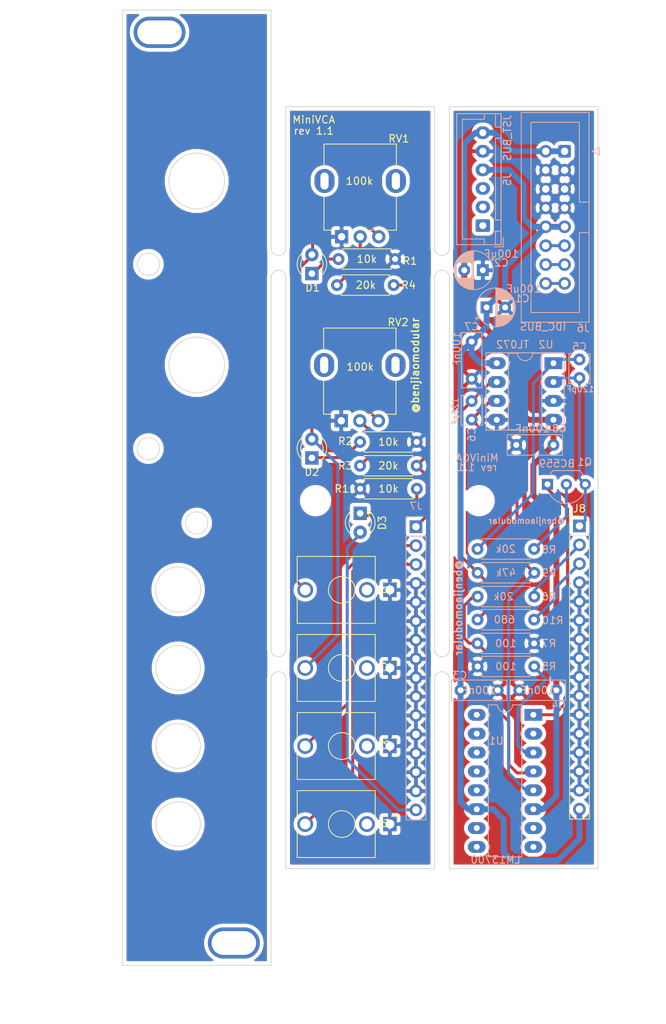
<source format=kicad_pcb>
(kicad_pcb (version 20171130) (host pcbnew 5.1.9+dfsg1-1~bpo10+1)
  (layers (0 F.Cu signal) (31 B.Cu signal) (34 B.Paste user) (35 F.Paste user) (36 B.SilkS user) (37 F.SilkS user) (38 B.Mask user) (39 F.Mask user) (44 Edge.Cuts user))
  (net 0 "")
  (net 1 -12V)
  (net 2 "Net-(C5-Pad1)")
  (net 3 "Net-(C6-Pad2)")
  (net 4 "Net-(D1-Pad1)")
  (net 5 "Net-(D1-Pad2)")
  (net 6 "Net-(D2-Pad2)")
  (net 7 "Net-(D2-Pad1)")
  (net 8 "Net-(J6-Pad11)")
  (net 9 "Net-(J6-Pad13)")
  (net 10 "Net-(J6-Pad15)")
  (net 11 "Net-(Q1-Pad2)")
  (net 12 "Net-(Q1-Pad1)")
  (net 13 "Net-(R3-Pad2)")
  (net 14 "Net-(R4-Pad2)")
  (net 15 "Net-(R5-Pad2)")
  (net 16 GND2)
  (net 17 B2_1)
  (net 18 B2_3)
  (net 19 "Net-(D3-Pad1)")
  (net 20 B1_12V)
  (net 21 GND1)
  (net 22 B1_1)
  (net 23 B1_2)
  (net 24 B1_3)
  (net 25 B2_2)
  (net 26 B2_12V)
  (net 27 "Net-(C6-Pad1)")
  (net 28 "Net-(R6-Pad1)")
  (module Package_DIP:DIP-16_W7.62mm_LongPads (layer B.Cu) (at 105.3 134.8 180)
    (fp_text reference U1 (at 5 -3.5) (layer B.SilkS) (effects (justify mirror)))
    (fp_text value LM13700 (at 5.08 -19.5) (layer B.SilkS) (effects (justify mirror)))
    (pad 16 thru_hole oval (at 7.62 0 180) (size 2.4 1.6) (drill 0.8) (layers *.Cu *.Mask))
    (pad 8 thru_hole oval (at 0 -17.78 180) (size 2.4 1.6) (drill 0.8) (layers *.Cu *.Mask))
    (pad 15 thru_hole oval (at 7.62 -2.54 180) (size 2.4 1.6) (drill 0.8) (layers *.Cu *.Mask))
    (pad 7 thru_hole oval (at 0 -15.24 180) (size 2.4 1.6) (drill 0.8) (layers *.Cu *.Mask))
    (pad 14 thru_hole oval (at 7.62 -5.08 180) (size 2.4 1.6) (drill 0.8) (layers *.Cu *.Mask))
    (pad 6 thru_hole oval (at 0 -12.7 180) (size 2.4 1.6) (drill 0.8) (layers *.Cu *.Mask) (net 1 -12V))
    (pad 13 thru_hole oval (at 7.62 -7.62 180) (size 2.4 1.6) (drill 0.8) (layers *.Cu *.Mask))
    (pad 5 thru_hole oval (at 0 -10.16 180) (size 2.4 1.6) (drill 0.8) (layers *.Cu *.Mask) (net 3 "Net-(C6-Pad2)"))
    (pad 12 thru_hole oval (at 7.62 -10.16 180) (size 2.4 1.6) (drill 0.8) (layers *.Cu *.Mask))
    (pad 4 thru_hole oval (at 0 -7.62 180) (size 2.4 1.6) (drill 0.8) (layers *.Cu *.Mask) (net 28 "Net-(R6-Pad1)"))
    (pad 11 thru_hole oval (at 7.62 -12.7 180) (size 2.4 1.6) (drill 0.8) (layers *.Cu *.Mask) (net 26 B2_12V))
    (pad 3 thru_hole oval (at 0 -5.08 180) (size 2.4 1.6) (drill 0.8) (layers *.Cu *.Mask) (net 15 "Net-(R5-Pad2)"))
    (pad 10 thru_hole oval (at 7.62 -15.24 180) (size 2.4 1.6) (drill 0.8) (layers *.Cu *.Mask))
    (pad 2 thru_hole oval (at 0 -2.54 180) (size 2.4 1.6) (drill 0.8) (layers *.Cu *.Mask))
    (pad 9 thru_hole oval (at 7.62 -17.78 180) (size 2.4 1.6) (drill 0.8) (layers *.Cu *.Mask))
    (pad 1 thru_hole rect (at 0 0 180) (size 2.4 1.6) (drill 0.8) (layers *.Cu *.Mask) (net 12 "Net-(Q1-Pad1)"))
  )
  (module benjiaomodular:Panel_4HP (layer F.Cu) (at 50 40)
    (fp_text reference REF** hide)
    (fp_text value Panel_4HP)
    (pad 1 thru_hole oval (at 15 125.5) (size 7 4.2) (drill oval 6 3.2) (layers *.Cu *.Mask))
    (pad 1 thru_hole oval (at 5 3) (size 7 4.2) (drill oval 6 3.2) (layers *.Cu *.Mask))
  )
  (module benjiaomodular:MouseBite_2mm (layer F.Cu) (at 93 128 90)
    (fp_text reference REF** hide)
    (fp_text value MouseBite_2mm)
    (pad "" np_thru_hole circle (at 0.75 0.75 90) (size 0.5 0.5) (drill 0.5) (layers *.Cu *.Mask))
    (pad "" np_thru_hole circle (at -0.75 0.75 90) (size 0.5 0.5) (drill 0.5) (layers *.Cu *.Mask))
    (pad "" np_thru_hole circle (at -0.75 -0.75 90) (size 0.5 0.5) (drill 0.5) (layers *.Cu *.Mask))
    (pad "" np_thru_hole circle (at 0.75 -0.75 90) (size 0.5 0.5) (drill 0.5) (layers *.Cu *.Mask))
    (pad "" np_thru_hole circle (at 0 0.75 90) (size 0.5 0.5) (drill 0.5) (layers *.Cu *.Mask))
    (pad "" np_thru_hole circle (at 0 -0.75 90) (size 0.5 0.5) (drill 0.5) (layers *.Cu *.Mask))
  )
  (module benjiaomodular:MouseBite_2mm (layer F.Cu) (at 93 74 90)
    (fp_text reference REF** hide)
    (fp_text value MouseBite_2mm)
    (pad "" np_thru_hole circle (at 0.75 0.75 90) (size 0.5 0.5) (drill 0.5) (layers *.Cu *.Mask))
    (pad "" np_thru_hole circle (at -0.75 0.75 90) (size 0.5 0.5) (drill 0.5) (layers *.Cu *.Mask))
    (pad "" np_thru_hole circle (at -0.75 -0.75 90) (size 0.5 0.5) (drill 0.5) (layers *.Cu *.Mask))
    (pad "" np_thru_hole circle (at 0.75 -0.75 90) (size 0.5 0.5) (drill 0.5) (layers *.Cu *.Mask))
    (pad "" np_thru_hole circle (at 0 0.75 90) (size 0.5 0.5) (drill 0.5) (layers *.Cu *.Mask))
    (pad "" np_thru_hole circle (at 0 -0.75 90) (size 0.5 0.5) (drill 0.5) (layers *.Cu *.Mask))
  )
  (module Resistor_THT:R_Axial_DIN0207_L6.3mm_D2.5mm_P7.62mm_Horizontal (layer B.Cu) (at 105.4 122 180)
    (fp_text reference R10 (at -2.5 -0.1) (layer B.SilkS) (effects (justify mirror)))
    (fp_text value 680 (at 4 0) (layer B.SilkS) (effects (justify mirror)))
    (pad 2 thru_hole oval (at 7.62 0 180) (size 1.6 1.6) (drill 0.8) (layers *.Cu *.Mask) (net 27 "Net-(C6-Pad1)"))
    (pad 1 thru_hole circle (at 0 0 180) (size 1.6 1.6) (drill 0.8) (layers *.Cu *.Mask) (net 18 B2_3))
  )
  (module Resistor_THT:R_Axial_DIN0207_L6.3mm_D2.5mm_P7.62mm_Horizontal (layer B.Cu) (at 97.8 128.3)
    (fp_text reference R5 (at 9.6 0) (layer B.SilkS) (effects (justify mirror)))
    (fp_text value 100 (at 3.81 0) (layer B.SilkS) (effects (justify mirror)))
    (pad 2 thru_hole oval (at 7.62 0) (size 1.6 1.6) (drill 0.8) (layers *.Cu *.Mask) (net 15 "Net-(R5-Pad2)"))
    (pad 1 thru_hole circle (at 0 0) (size 1.6 1.6) (drill 0.8) (layers *.Cu *.Mask) (net 16 GND2))
  )
  (module Capacitor_THT:C_Disc_D3.8mm_W2.6mm_P2.50mm (layer B.Cu) (at 97 92.6 270)
    (fp_text reference C6 (at 4.5 0 90) (layer B.SilkS) (effects (justify mirror)))
    (fp_text value 120pF (at 1.4 2.2 90) (layer B.SilkS) (effects (font (size 0.8 0.8) (thickness 0.13)) (justify mirror)))
    (pad 1 thru_hole circle (at 0 0 270) (size 1.6 1.6) (drill 0.8) (layers *.Cu *.Mask) (net 27 "Net-(C6-Pad1)"))
    (pad 2 thru_hole circle (at 2.5 0 270) (size 1.6 1.6) (drill 0.8) (layers *.Cu *.Mask) (net 3 "Net-(C6-Pad2)"))
  )
  (module Package_DIP:DIP-8_W7.62mm_Socket_LongPads (layer B.Cu) (at 108 87.5 180)
    (fp_text reference U2 (at 1 2.5 180) (layer B.SilkS) (effects (justify mirror)))
    (fp_text value TL072 (at 5.5 2.5) (layer B.SilkS) (effects (justify mirror)))
    (pad 1 thru_hole rect (at 0 0 180) (size 2.4 1.6) (drill 0.8) (layers *.Cu *.Mask) (net 2 "Net-(C5-Pad1)"))
    (pad 5 thru_hole oval (at 7.62 -7.62 180) (size 2.4 1.6) (drill 0.8) (layers *.Cu *.Mask) (net 16 GND2))
    (pad 2 thru_hole oval (at 0 -2.54 180) (size 2.4 1.6) (drill 0.8) (layers *.Cu *.Mask) (net 17 B2_1))
    (pad 6 thru_hole oval (at 7.62 -5.08 180) (size 2.4 1.6) (drill 0.8) (layers *.Cu *.Mask) (net 3 "Net-(C6-Pad2)"))
    (pad 3 thru_hole oval (at 0 -5.08 180) (size 2.4 1.6) (drill 0.8) (layers *.Cu *.Mask) (net 16 GND2))
    (pad 7 thru_hole oval (at 7.62 -2.54 180) (size 2.4 1.6) (drill 0.8) (layers *.Cu *.Mask) (net 27 "Net-(C6-Pad1)"))
    (pad 4 thru_hole oval (at 0 -7.62 180) (size 2.4 1.6) (drill 0.8) (layers *.Cu *.Mask) (net 1 -12V))
    (pad 8 thru_hole oval (at 7.62 0 180) (size 2.4 1.6) (drill 0.8) (layers *.Cu *.Mask) (net 26 B2_12V))
  )
  (module MountingHole:MountingHole_3.2mm_M3 (layer F.Cu) (at 98 106)
    (fp_text reference REF** hide)
    (fp_text value MountingHole_3.2mm_M3)
    (pad 1 np_thru_hole circle (at 0 0) (size 3.2 3.2) (drill 3.2) (layers *.Cu *.Mask))
  )
  (module MountingHole:MountingHole_3.2mm_M3 (layer F.Cu) (at 76 106)
    (fp_text reference REF** hide)
    (fp_text value MountingHole_3.2mm_M3)
    (pad 1 np_thru_hole circle (at 0 0) (size 3.2 3.2) (drill 3.2) (layers *.Cu *.Mask))
  )
  (module benjiaomodular:MouseBite_2mm (layer F.Cu) (at 71 128 90)
    (fp_text reference REF** hide)
    (fp_text value MouseBite_2mm)
    (pad "" np_thru_hole circle (at 0.75 0.75 90) (size 0.5 0.5) (drill 0.5) (layers *.Cu *.Mask))
    (pad "" np_thru_hole circle (at -0.75 0.75 90) (size 0.5 0.5) (drill 0.5) (layers *.Cu *.Mask))
    (pad "" np_thru_hole circle (at -0.75 -0.75 90) (size 0.5 0.5) (drill 0.5) (layers *.Cu *.Mask))
    (pad "" np_thru_hole circle (at 0.75 -0.75 90) (size 0.5 0.5) (drill 0.5) (layers *.Cu *.Mask))
    (pad "" np_thru_hole circle (at 0 0.75 90) (size 0.5 0.5) (drill 0.5) (layers *.Cu *.Mask))
    (pad "" np_thru_hole circle (at 0 -0.75 90) (size 0.5 0.5) (drill 0.5) (layers *.Cu *.Mask))
  )
  (module benjiaomodular:MouseBite_2mm (layer F.Cu) (at 71 74 90)
    (fp_text reference REF** hide)
    (fp_text value MouseBite_2mm)
    (pad "" np_thru_hole circle (at 0.75 0.75 90) (size 0.5 0.5) (drill 0.5) (layers *.Cu *.Mask))
    (pad "" np_thru_hole circle (at -0.75 0.75 90) (size 0.5 0.5) (drill 0.5) (layers *.Cu *.Mask))
    (pad "" np_thru_hole circle (at -0.75 -0.75 90) (size 0.5 0.5) (drill 0.5) (layers *.Cu *.Mask))
    (pad "" np_thru_hole circle (at 0.75 -0.75 90) (size 0.5 0.5) (drill 0.5) (layers *.Cu *.Mask))
    (pad "" np_thru_hole circle (at 0 0.75 90) (size 0.5 0.5) (drill 0.5) (layers *.Cu *.Mask))
    (pad "" np_thru_hole circle (at 0 -0.75 90) (size 0.5 0.5) (drill 0.5) (layers *.Cu *.Mask))
  )
  (module Package_TO_SOT_THT:TO-92_Inline_Wide (layer B.Cu) (at 107.2 103.8)
    (fp_text reference Q1 (at 5 -3) (layer B.SilkS) (effects (justify mirror)))
    (fp_text value BC559 (at 1.27 -2.79) (layer B.SilkS) (effects (justify mirror)))
    (pad 1 thru_hole rect (at 0 0) (size 1.5 1.5) (drill 0.8) (layers *.Cu *.Mask) (net 12 "Net-(Q1-Pad1)"))
    (pad 3 thru_hole circle (at 5.08 0) (size 1.5 1.5) (drill 0.8) (layers *.Cu *.Mask) (net 17 B2_1))
    (pad 2 thru_hole circle (at 2.54 0) (size 1.5 1.5) (drill 0.8) (layers *.Cu *.Mask) (net 11 "Net-(Q1-Pad2)"))
  )
  (module Capacitor_THT:CP_Radial_D5.0mm_P2.50mm (layer B.Cu) (at 99 80)
    (fp_text reference C1 (at 4.8 -1.2) (layer B.SilkS) (effects (justify mirror)))
    (fp_text value 100uF (at 5 -2.5) (layer B.SilkS) (effects (justify mirror)))
    (pad 2 thru_hole circle (at 2.5 0) (size 1.6 1.6) (drill 0.8) (layers *.Cu *.Mask) (net 16 GND2))
    (pad 1 thru_hole rect (at 0 0) (size 1.6 1.6) (drill 0.8) (layers *.Cu *.Mask) (net 26 B2_12V))
  )
  (module Capacitor_THT:CP_Radial_D5.0mm_P2.50mm (layer B.Cu) (at 98.5 75 180)
    (fp_text reference C2 (at -2.5 1) (layer B.SilkS) (effects (justify mirror)))
    (fp_text value 100uF (at -2.5 2.2) (layer B.SilkS) (effects (justify mirror)))
    (pad 1 thru_hole rect (at 0 0 180) (size 1.6 1.6) (drill 0.8) (layers *.Cu *.Mask) (net 16 GND2))
    (pad 2 thru_hole circle (at 2.5 0 180) (size 1.6 1.6) (drill 0.8) (layers *.Cu *.Mask) (net 1 -12V))
  )
  (module Capacitor_THT:C_Rect_L7.2mm_W2.5mm_P5.00mm_FKS2_FKP2_MKS2_MKP2 (layer B.Cu) (at 100.5 131.5 180)
    (fp_text reference C3 (at 5.1 2) (layer B.SilkS) (effects (justify mirror)))
    (fp_text value 100nF (at 2.5 0) (layer B.SilkS) (effects (justify mirror)))
    (pad 1 thru_hole circle (at 0 0 180) (size 1.6 1.6) (drill 0.8) (layers *.Cu *.Mask) (net 16 GND2))
    (pad 2 thru_hole circle (at 5 0 180) (size 1.6 1.6) (drill 0.8) (layers *.Cu *.Mask) (net 26 B2_12V))
  )
  (module Capacitor_THT:C_Rect_L7.2mm_W2.5mm_P5.00mm_FKS2_FKP2_MKS2_MKP2 (layer B.Cu) (at 103.4 131.5)
    (fp_text reference C4 (at 5.3 2) (layer B.SilkS) (effects (justify mirror)))
    (fp_text value 100nF (at 2.5 0) (layer B.SilkS) (effects (justify mirror)))
    (pad 2 thru_hole circle (at 5 0) (size 1.6 1.6) (drill 0.8) (layers *.Cu *.Mask) (net 1 -12V))
    (pad 1 thru_hole circle (at 0 0) (size 1.6 1.6) (drill 0.8) (layers *.Cu *.Mask) (net 16 GND2))
  )
  (module Capacitor_THT:C_Disc_D3.8mm_W2.6mm_P2.50mm (layer B.Cu) (at 111.5 87 270)
    (fp_text reference C5 (at -1.7 0 180) (layer B.SilkS) (effects (justify mirror)))
    (fp_text value 120pF (at 4 -0.1) (layer B.SilkS) (effects (font (size 0.8 0.8)) (justify mirror)))
    (pad 2 thru_hole circle (at 2.5 0 270) (size 1.6 1.6) (drill 0.8) (layers *.Cu *.Mask) (net 17 B2_1))
    (pad 1 thru_hole circle (at 0 0 270) (size 1.6 1.6) (drill 0.8) (layers *.Cu *.Mask) (net 2 "Net-(C5-Pad1)"))
  )
  (module Capacitor_THT:C_Rect_L7.2mm_W2.5mm_P5.00mm_FKS2_FKP2_MKS2_MKP2 (layer B.Cu) (at 97 89.6 90)
    (fp_text reference C7 (at 7 0 180) (layer B.SilkS) (effects (justify mirror)))
    (fp_text value 100nF (at 4 -2 270) (layer B.SilkS) (effects (justify mirror)))
    (pad 2 thru_hole circle (at 5 0 90) (size 1.6 1.6) (drill 0.8) (layers *.Cu *.Mask) (net 26 B2_12V))
    (pad 1 thru_hole circle (at 0 0 90) (size 1.6 1.6) (drill 0.8) (layers *.Cu *.Mask) (net 16 GND2))
  )
  (module Capacitor_THT:C_Rect_L7.2mm_W2.5mm_P5.00mm_FKS2_FKP2_MKS2_MKP2 (layer B.Cu) (at 103 98.5)
    (fp_text reference C8 (at 5.8 -2.2) (layer B.SilkS) (effects (justify mirror)))
    (fp_text value 100nF (at 2.2 -2.2) (layer B.SilkS) (effects (justify mirror)))
    (pad 1 thru_hole circle (at 0 0) (size 1.6 1.6) (drill 0.8) (layers *.Cu *.Mask) (net 16 GND2))
    (pad 2 thru_hole circle (at 5 0) (size 1.6 1.6) (drill 0.8) (layers *.Cu *.Mask) (net 1 -12V))
  )
  (module LED_THT:LED_D3.0mm (layer F.Cu) (at 75.5 75.45 90)
    (fp_text reference D1 (at -1.9 0.1 180) (layer F.SilkS))
    (fp_text value LED)
    (pad 1 thru_hole rect (at 0 0 90) (size 1.8 1.8) (drill 0.9) (layers *.Cu *.Mask) (net 4 "Net-(D1-Pad1)"))
    (pad 2 thru_hole circle (at 2.54 0 90) (size 1.8 1.8) (drill 0.9) (layers *.Cu *.Mask) (net 5 "Net-(D1-Pad2)"))
  )
  (module LED_THT:LED_D3.0mm (layer F.Cu) (at 75.5 100.25 90)
    (fp_text reference D2 (at -1.9 0 180) (layer F.SilkS))
    (fp_text value LED)
    (pad 2 thru_hole circle (at 2.54 0 90) (size 1.8 1.8) (drill 0.9) (layers *.Cu *.Mask) (net 6 "Net-(D2-Pad2)"))
    (pad 1 thru_hole rect (at 0 0 90) (size 1.8 1.8) (drill 0.9) (layers *.Cu *.Mask) (net 7 "Net-(D2-Pad1)"))
  )
  (module benjiaomodular:AudioJack_3.5mm (layer F.Cu) (at 86 118 270)
    (fp_text reference J1 (at 0 0.5 90) (layer F.SilkS))
    (fp_text value CV_2)
    (pad S thru_hole rect (at 0 0 90) (size 1.93 1.83) (drill 1.22) (layers *.Cu *.Mask) (net 21 GND1))
    (pad TN thru_hole circle (at 0 3.1 90) (size 2.13 2.13) (drill 1.42) (layers *.Cu *.Mask))
    (pad T thru_hole circle (at 0 11.4 90) (size 2.13 2.13) (drill 1.43) (layers *.Cu *.Mask) (net 5 "Net-(D1-Pad2)"))
  )
  (module benjiaomodular:AudioJack_3.5mm (layer F.Cu) (at 86 128.5 270)
    (fp_text reference J2 (at 0 0.5 90) (layer F.SilkS))
    (fp_text value CV_1)
    (pad T thru_hole circle (at 0 11.4 90) (size 2.13 2.13) (drill 1.43) (layers *.Cu *.Mask) (net 6 "Net-(D2-Pad2)"))
    (pad TN thru_hole circle (at 0 3.1 90) (size 2.13 2.13) (drill 1.42) (layers *.Cu *.Mask))
    (pad S thru_hole rect (at 0 0 90) (size 1.93 1.83) (drill 1.22) (layers *.Cu *.Mask) (net 21 GND1))
  )
  (module benjiaomodular:AudioJack_3.5mm (layer F.Cu) (at 86 139 270)
    (fp_text reference J3 (at 0 0.5 90) (layer F.SilkS))
    (fp_text value AudioIn)
    (pad S thru_hole rect (at 0 0 90) (size 1.93 1.83) (drill 1.22) (layers *.Cu *.Mask) (net 21 GND1))
    (pad TN thru_hole circle (at 0 3.1 90) (size 2.13 2.13) (drill 1.42) (layers *.Cu *.Mask))
    (pad T thru_hole circle (at 0 11.4 90) (size 2.13 2.13) (drill 1.43) (layers *.Cu *.Mask) (net 23 B1_2))
  )
  (module benjiaomodular:AudioJack_3.5mm (layer F.Cu) (at 86 149.5 270)
    (fp_text reference J4 (at 0 0.5 90) (layer F.SilkS))
    (fp_text value AudioOut)
    (pad T thru_hole circle (at 0 11.4 90) (size 2.13 2.13) (drill 1.43) (layers *.Cu *.Mask) (net 24 B1_3))
    (pad TN thru_hole circle (at 0 3.1 90) (size 2.13 2.13) (drill 1.42) (layers *.Cu *.Mask))
    (pad S thru_hole rect (at 0 0 90) (size 1.93 1.83) (drill 1.22) (layers *.Cu *.Mask) (net 21 GND1))
  )
  (module Connector_JST:JST_XH_B6B-XH-A_1x06_P2.50mm_Vertical (layer B.Cu) (at 98.5 69 90)
    (fp_text reference J5 (at 6.2 3.3 90) (layer B.SilkS) (effects (justify mirror)))
    (fp_text value JST_BUS (at 11.8 3.3 90) (layer B.SilkS) (effects (justify mirror)))
    (pad 1 thru_hole roundrect (at 0 0 90) (size 1.7 1.95) (drill 0.95) (layers *.Cu *.Mask) (roundrect_rratio 0.1470588235294118))
    (pad 2 thru_hole oval (at 2.5 0 90) (size 1.7 1.95) (drill 0.95) (layers *.Cu *.Mask))
    (pad 3 thru_hole oval (at 5 0 90) (size 1.7 1.95) (drill 0.95) (layers *.Cu *.Mask))
    (pad 4 thru_hole oval (at 7.5 0 90) (size 1.7 1.95) (drill 0.95) (layers *.Cu *.Mask) (net 26 B2_12V))
    (pad 5 thru_hole oval (at 10 0 90) (size 1.7 1.95) (drill 0.95) (layers *.Cu *.Mask) (net 16 GND2))
    (pad 6 thru_hole oval (at 12.5 0 90) (size 1.7 1.95) (drill 0.95) (layers *.Cu *.Mask) (net 1 -12V))
  )
  (module Connector_IDC:IDC-Header_2x08_P2.54mm_Vertical (layer B.Cu) (at 109.5 59 180)
    (fp_text reference J6 (at -2.5 -23.8) (layer B.SilkS) (effects (justify mirror)))
    (fp_text value IDC_BUS (at 2.9 -23.6) (layer B.SilkS) (effects (justify mirror)))
    (pad 1 thru_hole roundrect (at 0 0 180) (size 1.7 1.7) (drill 1) (layers *.Cu *.Mask) (roundrect_rratio 0.1470588235294118) (net 1 -12V))
    (pad 3 thru_hole circle (at 0 -2.54 180) (size 1.7 1.7) (drill 1) (layers *.Cu *.Mask) (net 16 GND2))
    (pad 5 thru_hole circle (at 0 -5.08 180) (size 1.7 1.7) (drill 1) (layers *.Cu *.Mask) (net 16 GND2))
    (pad 7 thru_hole circle (at 0 -7.62 180) (size 1.7 1.7) (drill 1) (layers *.Cu *.Mask) (net 16 GND2))
    (pad 9 thru_hole circle (at 0 -10.16 180) (size 1.7 1.7) (drill 1) (layers *.Cu *.Mask) (net 26 B2_12V))
    (pad 11 thru_hole circle (at 0 -12.7 180) (size 1.7 1.7) (drill 1) (layers *.Cu *.Mask) (net 8 "Net-(J6-Pad11)"))
    (pad 13 thru_hole circle (at 0 -15.24 180) (size 1.7 1.7) (drill 1) (layers *.Cu *.Mask) (net 9 "Net-(J6-Pad13)"))
    (pad 15 thru_hole circle (at 0 -17.78 180) (size 1.7 1.7) (drill 1) (layers *.Cu *.Mask) (net 10 "Net-(J6-Pad15)"))
    (pad 2 thru_hole circle (at 2.54 0 180) (size 1.7 1.7) (drill 1) (layers *.Cu *.Mask) (net 1 -12V))
    (pad 4 thru_hole circle (at 2.54 -2.54 180) (size 1.7 1.7) (drill 1) (layers *.Cu *.Mask) (net 16 GND2))
    (pad 6 thru_hole circle (at 2.54 -5.08 180) (size 1.7 1.7) (drill 1) (layers *.Cu *.Mask) (net 16 GND2))
    (pad 8 thru_hole circle (at 2.54 -7.62 180) (size 1.7 1.7) (drill 1) (layers *.Cu *.Mask) (net 16 GND2))
    (pad 10 thru_hole circle (at 2.54 -10.16 180) (size 1.7 1.7) (drill 1) (layers *.Cu *.Mask) (net 26 B2_12V))
    (pad 12 thru_hole circle (at 2.54 -12.7 180) (size 1.7 1.7) (drill 1) (layers *.Cu *.Mask) (net 8 "Net-(J6-Pad11)"))
    (pad 14 thru_hole circle (at 2.54 -15.24 180) (size 1.7 1.7) (drill 1) (layers *.Cu *.Mask) (net 9 "Net-(J6-Pad13)"))
    (pad 16 thru_hole circle (at 2.54 -17.78 180) (size 1.7 1.7) (drill 1) (layers *.Cu *.Mask) (net 10 "Net-(J6-Pad15)"))
  )
  (module Resistor_THT:R_Axial_DIN0207_L6.3mm_D2.5mm_P7.62mm_Horizontal (layer F.Cu) (at 86.7 73.5 180)
    (fp_text reference R1 (at -2 -0.25) (layer F.SilkS))
    (fp_text value 10k (at 3.81 0) (layer F.SilkS))
    (pad 1 thru_hole circle (at 0 0 180) (size 1.6 1.6) (drill 0.8) (layers *.Cu *.Mask) (net 21 GND1))
    (pad 2 thru_hole oval (at 7.62 0 180) (size 1.6 1.6) (drill 0.8) (layers *.Cu *.Mask) (net 4 "Net-(D1-Pad1)"))
  )
  (module Resistor_THT:R_Axial_DIN0207_L6.3mm_D2.5mm_P7.62mm_Horizontal (layer F.Cu) (at 89.6 98.1 180)
    (fp_text reference R2 (at 9.6 0.1) (layer F.SilkS))
    (fp_text value 10k (at 3.81 0) (layer F.SilkS))
    (pad 1 thru_hole circle (at 0 0 180) (size 1.6 1.6) (drill 0.8) (layers *.Cu *.Mask) (net 21 GND1))
    (pad 2 thru_hole oval (at 7.62 0 180) (size 1.6 1.6) (drill 0.8) (layers *.Cu *.Mask) (net 7 "Net-(D2-Pad1)"))
  )
  (module Resistor_THT:R_Axial_DIN0207_L6.3mm_D2.5mm_P7.62mm_Horizontal (layer F.Cu) (at 89.6 101.3 180)
    (fp_text reference R3 (at 9.6 0) (layer F.SilkS))
    (fp_text value 20k (at 3.81 0) (layer F.SilkS))
    (pad 1 thru_hole circle (at 0 0 180) (size 1.6 1.6) (drill 0.8) (layers *.Cu *.Mask) (net 22 B1_1))
    (pad 2 thru_hole oval (at 7.62 0 180) (size 1.6 1.6) (drill 0.8) (layers *.Cu *.Mask) (net 13 "Net-(R3-Pad2)"))
  )
  (module Resistor_THT:R_Axial_DIN0207_L6.3mm_D2.5mm_P7.62mm_Horizontal (layer F.Cu) (at 86.5 77 180)
    (fp_text reference R4 (at -2 0) (layer F.SilkS))
    (fp_text value 20k (at 3.75 0) (layer F.SilkS))
    (pad 1 thru_hole circle (at 0 0 180) (size 1.6 1.6) (drill 0.8) (layers *.Cu *.Mask) (net 22 B1_1))
    (pad 2 thru_hole oval (at 7.62 0 180) (size 1.6 1.6) (drill 0.8) (layers *.Cu *.Mask) (net 14 "Net-(R4-Pad2)"))
  )
  (module Resistor_THT:R_Axial_DIN0207_L6.3mm_D2.5mm_P7.62mm_Horizontal (layer B.Cu) (at 97.8 118.9)
    (fp_text reference R6 (at 9.6 0) (layer B.SilkS) (effects (justify mirror)))
    (fp_text value 20k (at 3.5 0) (layer B.SilkS) (effects (justify mirror)))
    (pad 2 thru_hole oval (at 7.62 0) (size 1.6 1.6) (drill 0.8) (layers *.Cu *.Mask) (net 25 B2_2))
    (pad 1 thru_hole circle (at 0 0) (size 1.6 1.6) (drill 0.8) (layers *.Cu *.Mask) (net 28 "Net-(R6-Pad1)"))
  )
  (module Resistor_THT:R_Axial_DIN0207_L6.3mm_D2.5mm_P7.62mm_Horizontal (layer B.Cu) (at 105.4 125.2 180)
    (fp_text reference R7 (at -2 0) (layer B.SilkS) (effects (justify mirror)))
    (fp_text value 100 (at 3.81 0) (layer B.SilkS) (effects (justify mirror)))
    (pad 2 thru_hole oval (at 7.62 0 180) (size 1.6 1.6) (drill 0.8) (layers *.Cu *.Mask) (net 28 "Net-(R6-Pad1)"))
    (pad 1 thru_hole circle (at 0 0 180) (size 1.6 1.6) (drill 0.8) (layers *.Cu *.Mask) (net 16 GND2))
  )
  (module Resistor_THT:R_Axial_DIN0207_L6.3mm_D2.5mm_P7.62mm_Horizontal (layer B.Cu) (at 105.4 112.5 180)
    (fp_text reference R8 (at -2 -0.1) (layer B.SilkS) (effects (justify mirror)))
    (fp_text value 20k (at 3.81 0) (layer B.SilkS) (effects (justify mirror)))
    (pad 1 thru_hole circle (at 0 0 180) (size 1.6 1.6) (drill 0.8) (layers *.Cu *.Mask) (net 11 "Net-(Q1-Pad2)"))
    (pad 2 thru_hole oval (at 7.62 0 180) (size 1.6 1.6) (drill 0.8) (layers *.Cu *.Mask) (net 2 "Net-(C5-Pad1)"))
  )
  (module Resistor_THT:R_Axial_DIN0207_L6.3mm_D2.5mm_P7.62mm_Horizontal (layer B.Cu) (at 97.8 115.7)
    (fp_text reference R9 (at 9.6 0 180) (layer B.SilkS) (effects (justify mirror)))
    (fp_text value 47k (at 3.8 0) (layer B.SilkS) (effects (justify mirror)))
    (pad 1 thru_hole circle (at 0 0) (size 1.6 1.6) (drill 0.8) (layers *.Cu *.Mask) (net 27 "Net-(C6-Pad1)"))
    (pad 2 thru_hole oval (at 7.62 0) (size 1.6 1.6) (drill 0.8) (layers *.Cu *.Mask) (net 3 "Net-(C6-Pad2)"))
  )
  (module benjiaomodular:Potentiometer_RV09 (layer F.Cu) (at 79.5 70.5 90)
    (fp_text reference RV1)
    (fp_text value 100k (at 7.5 2.4 180) (layer F.SilkS))
    (fp_text user %R (at 13.2 7.7 180) (layer F.SilkS))
    (pad "" thru_hole oval (at 7.5 -2.3 180) (size 2.72 3.24) (drill oval 1.1 2.3) (layers *.Cu *.Mask))
    (pad "" thru_hole oval (at 7.5 7.3 180) (size 2.72 3.24) (drill oval 1.1 2.3) (layers *.Cu *.Mask))
    (pad 2 thru_hole circle (at 0 2.5 180) (size 1.8 1.8) (drill 1) (layers *.Cu *.Mask) (net 14 "Net-(R4-Pad2)"))
    (pad 3 thru_hole circle (at 0 5 180) (size 1.8 1.8) (drill 1) (layers *.Cu *.Mask) (net 5 "Net-(D1-Pad2)"))
    (pad 1 thru_hole rect (at 0 0 180) (size 1.8 1.8) (drill 1) (layers *.Cu *.Mask) (net 21 GND1))
  )
  (module benjiaomodular:Potentiometer_RV09 (layer F.Cu) (at 79.45 95.25 90)
    (fp_text reference RV2 (at 13.25 7.65 180) (layer F.SilkS))
    (fp_text value 100k (at 7.25 2.55 180) (layer F.SilkS))
    (pad 1 thru_hole rect (at 0 0 180) (size 1.8 1.8) (drill 1) (layers *.Cu *.Mask) (net 21 GND1))
    (pad 3 thru_hole circle (at 0 5 180) (size 1.8 1.8) (drill 1) (layers *.Cu *.Mask) (net 6 "Net-(D2-Pad2)"))
    (pad 2 thru_hole circle (at 0 2.5 180) (size 1.8 1.8) (drill 1) (layers *.Cu *.Mask) (net 13 "Net-(R3-Pad2)"))
    (pad "" thru_hole oval (at 7.5 7.3 180) (size 2.72 3.24) (drill oval 1.1 2.3) (layers *.Cu *.Mask))
    (pad "" thru_hole oval (at 7.5 -2.3 180) (size 2.72 3.24) (drill oval 1.1 2.3) (layers *.Cu *.Mask))
  )
  (module LED_THT:LED_D3.0mm (layer F.Cu) (at 82 107.7 270)
    (fp_text reference D3 (at 1.27 -2.96 90) (layer F.SilkS))
    (fp_text value LED)
    (pad 1 thru_hole rect (at 0 0 270) (size 1.8 1.8) (drill 0.9) (layers *.Cu *.Mask) (net 19 "Net-(D3-Pad1)"))
    (pad 2 thru_hole circle (at 2.54 0 270) (size 1.8 1.8) (drill 0.9) (layers *.Cu *.Mask) (net 20 B1_12V))
  )
  (module Resistor_THT:R_Axial_DIN0207_L6.3mm_D2.5mm_P7.62mm_Horizontal (layer F.Cu) (at 82 104.4)
    (fp_text reference R11 (at -2 0) (layer F.SilkS))
    (fp_text value 10k (at 3.81 0) (layer F.SilkS))
    (pad 1 thru_hole circle (at 0 0) (size 1.6 1.6) (drill 0.8) (layers *.Cu *.Mask) (net 21 GND1))
    (pad 2 thru_hole oval (at 7.62 0) (size 1.6 1.6) (drill 0.8) (layers *.Cu *.Mask) (net 19 "Net-(D3-Pad1)"))
  )
  (module Connector_PinSocket_2.54mm:PinSocket_1x16_P2.54mm_Vertical (layer B.Cu) (at 89.5 109.5 180)
    (fp_text reference J7 (at 0 2.77) (layer B.SilkS) (effects (justify mirror)))
    (fp_text value BOARD1_HEADERS)
    (pad 1 thru_hole rect (at 0 0 180) (size 1.7 1.7) (drill 1) (layers *.Cu *.Mask) (net 22 B1_1))
    (pad 2 thru_hole oval (at 0 -2.54 180) (size 1.7 1.7) (drill 1) (layers *.Cu *.Mask) (net 23 B1_2))
    (pad 3 thru_hole oval (at 0 -5.08 180) (size 1.7 1.7) (drill 1) (layers *.Cu *.Mask) (net 24 B1_3))
    (pad 4 thru_hole oval (at 0 -7.62 180) (size 1.7 1.7) (drill 1) (layers *.Cu *.Mask) (net 21 GND1))
    (pad 5 thru_hole oval (at 0 -10.16 180) (size 1.7 1.7) (drill 1) (layers *.Cu *.Mask) (net 21 GND1))
    (pad 6 thru_hole oval (at 0 -12.7 180) (size 1.7 1.7) (drill 1) (layers *.Cu *.Mask) (net 21 GND1))
    (pad 7 thru_hole oval (at 0 -15.24 180) (size 1.7 1.7) (drill 1) (layers *.Cu *.Mask) (net 21 GND1))
    (pad 8 thru_hole oval (at 0 -17.78 180) (size 1.7 1.7) (drill 1) (layers *.Cu *.Mask) (net 21 GND1))
    (pad 9 thru_hole oval (at 0 -20.32 180) (size 1.7 1.7) (drill 1) (layers *.Cu *.Mask) (net 21 GND1))
    (pad 10 thru_hole oval (at 0 -22.86 180) (size 1.7 1.7) (drill 1) (layers *.Cu *.Mask) (net 21 GND1))
    (pad 11 thru_hole oval (at 0 -25.4 180) (size 1.7 1.7) (drill 1) (layers *.Cu *.Mask) (net 21 GND1))
    (pad 12 thru_hole oval (at 0 -27.94 180) (size 1.7 1.7) (drill 1) (layers *.Cu *.Mask) (net 21 GND1))
    (pad 13 thru_hole oval (at 0 -30.48 180) (size 1.7 1.7) (drill 1) (layers *.Cu *.Mask) (net 21 GND1))
    (pad 14 thru_hole oval (at 0 -33.02 180) (size 1.7 1.7) (drill 1) (layers *.Cu *.Mask) (net 21 GND1))
    (pad 15 thru_hole oval (at 0 -35.56 180) (size 1.7 1.7) (drill 1) (layers *.Cu *.Mask) (net 21 GND1))
    (pad 16 thru_hole oval (at 0 -38.1 180) (size 1.7 1.7) (drill 1) (layers *.Cu *.Mask) (net 20 B1_12V))
  )
  (module Connector_PinHeader_2.54mm:PinHeader_1x16_P2.54mm_Vertical (layer F.Cu) (at 111.5 109.4)
    (fp_text reference J8 (at 0 -2.33) (layer F.SilkS))
    (fp_text value BOARD2_HEADERS)
    (pad 1 thru_hole rect (at 0 0) (size 1.7 1.7) (drill 1) (layers *.Cu *.Mask) (net 17 B2_1))
    (pad 2 thru_hole oval (at 0 2.54) (size 1.7 1.7) (drill 1) (layers *.Cu *.Mask) (net 25 B2_2))
    (pad 3 thru_hole oval (at 0 5.08) (size 1.7 1.7) (drill 1) (layers *.Cu *.Mask) (net 18 B2_3))
    (pad 4 thru_hole oval (at 0 7.62) (size 1.7 1.7) (drill 1) (layers *.Cu *.Mask) (net 16 GND2))
    (pad 5 thru_hole oval (at 0 10.16) (size 1.7 1.7) (drill 1) (layers *.Cu *.Mask) (net 16 GND2))
    (pad 6 thru_hole oval (at 0 12.7) (size 1.7 1.7) (drill 1) (layers *.Cu *.Mask) (net 16 GND2))
    (pad 7 thru_hole oval (at 0 15.24) (size 1.7 1.7) (drill 1) (layers *.Cu *.Mask) (net 16 GND2))
    (pad 8 thru_hole oval (at 0 17.78) (size 1.7 1.7) (drill 1) (layers *.Cu *.Mask) (net 16 GND2))
    (pad 9 thru_hole oval (at 0 20.32) (size 1.7 1.7) (drill 1) (layers *.Cu *.Mask) (net 16 GND2))
    (pad 10 thru_hole oval (at 0 22.86) (size 1.7 1.7) (drill 1) (layers *.Cu *.Mask) (net 16 GND2))
    (pad 11 thru_hole oval (at 0 25.4) (size 1.7 1.7) (drill 1) (layers *.Cu *.Mask) (net 16 GND2))
    (pad 12 thru_hole oval (at 0 27.94) (size 1.7 1.7) (drill 1) (layers *.Cu *.Mask) (net 16 GND2))
    (pad 13 thru_hole oval (at 0 30.48) (size 1.7 1.7) (drill 1) (layers *.Cu *.Mask) (net 16 GND2))
    (pad 14 thru_hole oval (at 0 33.02) (size 1.7 1.7) (drill 1) (layers *.Cu *.Mask) (net 16 GND2))
    (pad 15 thru_hole oval (at 0 35.56) (size 1.7 1.7) (drill 1) (layers *.Cu *.Mask) (net 16 GND2))
    (pad 16 thru_hole oval (at 0 38.1) (size 1.7 1.7) (drill 1) (layers *.Cu *.Mask) (net 26 B2_12V))
  )
  (gr_text @benjiaomodular (at 104.4 108.7) (layer B.SilkS) (effects (font (size 0.8 0.8)) (justify mirror)))
  (gr_text @benjiaomodular (at 95.2 120.4 90) (layer B.SilkS) (effects (font (size 1 1) (thickness 0.2)) (justify mirror)))
  (gr_text @benjiaomodular (at 89.4 87.8 90) (layer F.SilkS) (effects (font (size 1 1) (thickness 0.2))))
  (gr_text MiniVCA (at 97.75 100.25) (layer B.SilkS) (effects (font (size 1 1)) (justify mirror)))
  (gr_text MiniVCA (at 75.75 54.75) (layer F.SilkS) (effects (font (size 1 1))))
  (gr_text "rev 1.1" (at 97.75 101.5) (layer B.SilkS) (effects (font (size 1 1)) (justify mirror)))
  (gr_text "rev 1.1" (at 75.75 56.25) (layer F.SilkS) (effects (font (size 1 1))))
  (gr_circle (center 60 109) (end 61.5 109) (layer Edge.Cuts) (width 0.1))
  (gr_circle (center 57.5 117.958619) (end 60.5 118.458619) (layer Edge.Cuts) (width 0.1))
  (gr_circle (center 57.5 149.5) (end 60.5 149.5) (layer Edge.Cuts) (width 0.1))
  (gr_circle (center 57.5 139) (end 60.5 139) (layer Edge.Cuts) (width 0.1))
  (gr_circle (center 57.5 128.5) (end 60.5 128.5) (layer Edge.Cuts) (width 0.1))
  (gr_circle (center 53.5 74.2) (end 55 74.2) (layer Edge.Cuts) (width 0.1))
  (gr_circle (center 53.5 99) (end 55 99) (layer Edge.Cuts) (width 0.1))
  (gr_line (start 70 168.5) (end 70 155.5) (layer Edge.Cuts) (width 0.1))
  (gr_line (start 92 155.5) (end 92 130) (layer Edge.Cuts) (width 0.1))
  (gr_line (start 94 130) (end 94 155.5) (layer Edge.Cuts) (width 0.1))
  (gr_line (start 92 126) (end 92 76) (layer Edge.Cuts) (width 0.1))
  (gr_line (start 94 76) (end 94 126) (layer Edge.Cuts) (width 0.1))
  (gr_line (start 94 53) (end 94 72) (layer Edge.Cuts) (width 0.1))
  (gr_line (start 92 53) (end 92 72) (layer Edge.Cuts) (width 0.1))
  (gr_arc (start 93 72) (end 92 72) (angle -180) (layer Edge.Cuts) (width 0.1))
  (gr_arc (start 93 76) (end 94 76) (angle -180) (layer Edge.Cuts) (width 0.1))
  (gr_arc (start 93 126) (end 92 126) (angle -180) (layer Edge.Cuts) (width 0.1))
  (gr_arc (start 93 130) (end 94 130) (angle -180) (layer Edge.Cuts) (width 0.1))
  (gr_arc (start 71 130) (end 72 130) (angle -180) (layer Edge.Cuts) (width 0.1))
  (gr_arc (start 71 126) (end 70 126) (angle -180) (layer Edge.Cuts) (width 0.1))
  (gr_arc (start 71 76) (end 72 76) (angle -180) (layer Edge.Cuts) (width 0.1))
  (gr_line (start 72 126) (end 72 76) (layer Edge.Cuts) (width 0.1))
  (gr_line (start 72 155.5) (end 72 130) (layer Edge.Cuts) (width 0.1))
  (gr_line (start 70 130) (end 70 155.5) (layer Edge.Cuts) (width 0.1))
  (gr_line (start 70 76) (end 70 126) (layer Edge.Cuts) (width 0.1))
  (gr_arc (start 71 72) (end 70 72) (angle -180) (layer Edge.Cuts) (width 0.1))
  (gr_line (start 114 155.5) (end 114 53) (layer Edge.Cuts) (width 0.1))
  (gr_line (start 94 155.5) (end 114 155.5) (layer Edge.Cuts) (width 0.1))
  (gr_line (start 94 53) (end 114 53) (layer Edge.Cuts) (width 0.1))
  (gr_line (start 72 155.5) (end 92 155.5) (layer Edge.Cuts) (width 0.1))
  (gr_line (start 72 53) (end 72 72) (layer Edge.Cuts) (width 0.1))
  (gr_line (start 72 53) (end 92 53) (layer Edge.Cuts) (width 0.1))
  (gr_line (start 50 168.5) (end 50 40) (layer Edge.Cuts) (width 0.1))
  (gr_line (start 70 168.5) (end 50 168.5) (layer Edge.Cuts) (width 0.1))
  (gr_line (start 70 40) (end 70 72) (layer Edge.Cuts) (width 0.1))
  (gr_line (start 50 40) (end 70 40) (layer Edge.Cuts) (width 0.1))
  (gr_circle (center 60 87.75) (end 63.75 87.75) (layer Edge.Cuts) (width 0.1))
  (gr_circle (center 60 63) (end 63.75 63) (layer Edge.Cuts) (width 0.1))
  (segment (start 98.5 56.5) (end 97.5 56.5) (width 0.8) (layer B.Cu) (net 1))
  (segment (start 96 58) (end 96 75) (width 0.8) (layer B.Cu) (net 1))
  (segment (start 97.5 56.5) (end 96 58) (width 0.8) (layer B.Cu) (net 1))
  (segment (start 109.5 59) (end 106.96 59) (width 0.8) (layer B.Cu) (net 1))
  (segment (start 100 56.5) (end 98.5 56.5) (width 0.8) (layer B.Cu) (net 1))
  (segment (start 106.96 59) (end 102.5 59) (width 0.8) (layer B.Cu) (net 1))
  (segment (start 102.5 59) (end 100 56.5) (width 0.8) (layer B.Cu) (net 1))
  (segment (start 108.4 131.5) (end 108.5 131.4) (width 0.4) (layer F.Cu) (net 1))
  (segment (start 108 95.12) (end 108 98.5) (width 0.8) (layer F.Cu) (net 1))
  (segment (start 96 79.9) (end 96 75) (width 0.8) (layer F.Cu) (net 1))
  (segment (start 102.9 86.8) (end 96 79.9) (width 0.8) (layer F.Cu) (net 1))
  (segment (start 102.9 93.4) (end 102.9 86.8) (width 0.8) (layer F.Cu) (net 1))
  (segment (start 108 95.12) (end 104.62 95.12) (width 0.8) (layer F.Cu) (net 1))
  (segment (start 104.62 95.12) (end 102.9 93.4) (width 0.8) (layer F.Cu) (net 1))
  (segment (start 108.4 108.4) (end 108.4 131.5) (width 0.8) (layer F.Cu) (net 1))
  (segment (start 105.3 105.3) (end 108.4 108.4) (width 0.8) (layer F.Cu) (net 1))
  (segment (start 108 98.5) (end 105.3 101.2) (width 0.8) (layer F.Cu) (net 1))
  (segment (start 105.3 101.2) (end 105.3 105.3) (width 0.8) (layer F.Cu) (net 1))
  (segment (start 108.4 145.7) (end 108.4 131.5) (width 0.8) (layer B.Cu) (net 1))
  (segment (start 105.3 147.5) (end 106.6 147.5) (width 0.8) (layer B.Cu) (net 1))
  (segment (start 106.6 147.5) (end 108.4 145.7) (width 0.8) (layer B.Cu) (net 1))
  (segment (start 108.5 87) (end 108 87.5) (width 0.4) (layer B.Cu) (net 2))
  (segment (start 111.5 87) (end 108.5 87) (width 0.4) (layer B.Cu) (net 2))
  (segment (start 105.3 104.98) (end 97.78 112.5) (width 0.4) (layer B.Cu) (net 2))
  (segment (start 108 87.5) (end 105.3 90.2) (width 0.4) (layer B.Cu) (net 2))
  (segment (start 105.3 90.2) (end 105.3 104.98) (width 0.4) (layer B.Cu) (net 2))
  (segment (start 99.52 92.58) (end 97 95.1) (width 0.4) (layer F.Cu) (net 3))
  (segment (start 100.38 92.58) (end 99.52 92.58) (width 0.4) (layer F.Cu) (net 3))
  (segment (start 103.1 113.38) (end 105.42 115.7) (width 0.4) (layer F.Cu) (net 3))
  (segment (start 97 95.1) (end 103.1 101.2) (width 0.4) (layer F.Cu) (net 3))
  (segment (start 103.1 101.2) (end 103.1 113.38) (width 0.4) (layer F.Cu) (net 3))
  (segment (start 104.48 145.16) (end 106 145.16) (width 0.4) (layer B.Cu) (net 3))
  (segment (start 101.959991 142.639991) (end 104.48 145.16) (width 0.4) (layer B.Cu) (net 3))
  (segment (start 105.42 115.7) (end 101.959991 119.160009) (width 0.4) (layer B.Cu) (net 3))
  (segment (start 101.959991 119.160009) (end 101.959991 142.639991) (width 0.4) (layer B.Cu) (net 3))
  (segment (start 77.6 73.5) (end 75.6 75.5) (width 0.4) (layer F.Cu) (net 4))
  (segment (start 79.08 73.5) (end 77.6 73.5) (width 0.4) (layer F.Cu) (net 4))
  (segment (start 75.6 72.96) (end 75.6 70.4) (width 0.4) (layer F.Cu) (net 5))
  (segment (start 75.6 70.4) (end 77.5 68.5) (width 0.4) (layer F.Cu) (net 5))
  (segment (start 82.5 68.5) (end 84.5 70.5) (width 0.4) (layer F.Cu) (net 5))
  (segment (start 77.5 68.5) (end 82.5 68.5) (width 0.4) (layer F.Cu) (net 5))
  (segment (start 73 116.4) (end 74.6 118) (width 0.4) (layer F.Cu) (net 5))
  (segment (start 75.6 72.96) (end 73 75.56) (width 0.4) (layer F.Cu) (net 5))
  (segment (start 73 75.56) (end 73 116.4) (width 0.4) (layer F.Cu) (net 5))
  (segment (start 82.7 93.5) (end 84.45 95.25) (width 0.4) (layer F.Cu) (net 6))
  (segment (start 77.5 93.5) (end 82.7 93.5) (width 0.4) (layer F.Cu) (net 6))
  (segment (start 75.5 97.66) (end 75.5 95.5) (width 0.4) (layer F.Cu) (net 6))
  (segment (start 75.5 95.5) (end 77.5 93.5) (width 0.4) (layer F.Cu) (net 6))
  (segment (start 74.6 128.5) (end 79 124.1) (width 0.4) (layer B.Cu) (net 6))
  (segment (start 79 101.16) (end 75.5 97.66) (width 0.4) (layer B.Cu) (net 6))
  (segment (start 79 124.1) (end 79 101.16) (width 0.4) (layer B.Cu) (net 6))
  (segment (start 79.88 100.2) (end 81.98 98.1) (width 0.4) (layer F.Cu) (net 7))
  (segment (start 75.5 100.2) (end 79.88 100.2) (width 0.4) (layer F.Cu) (net 7))
  (segment (start 106.96 71.7) (end 109.5 71.7) (width 0.4) (layer B.Cu) (net 8))
  (segment (start 106.96 74.24) (end 109.5 74.24) (width 0.4) (layer B.Cu) (net 9))
  (segment (start 109.5 76.78) (end 106.96 76.78) (width 0.4) (layer B.Cu) (net 10))
  (segment (start 109.74 108.16) (end 105.4 112.5) (width 0.4) (layer B.Cu) (net 11))
  (segment (start 109.74 103.8) (end 109.74 108.16) (width 0.4) (layer B.Cu) (net 11))
  (segment (start 107.2 104.399998) (end 107.2 103.8) (width 0.4) (layer F.Cu) (net 12))
  (segment (start 109.9 133) (end 109.9 107.099998) (width 0.4) (layer F.Cu) (net 12))
  (segment (start 109.9 107.099998) (end 107.2 104.399998) (width 0.4) (layer F.Cu) (net 12))
  (segment (start 105.3 134.8) (end 108.1 134.8) (width 0.4) (layer F.Cu) (net 12))
  (segment (start 108.1 134.8) (end 109.9 133) (width 0.4) (layer F.Cu) (net 12))
  (segment (start 84 99.28) (end 81.98 101.3) (width 0.4) (layer F.Cu) (net 13))
  (segment (start 81.95 95.25) (end 84 97.3) (width 0.4) (layer F.Cu) (net 13))
  (segment (start 84 97.3) (end 84 99.28) (width 0.4) (layer F.Cu) (net 13))
  (segment (start 82 73.88) (end 82 70.5) (width 0.4) (layer F.Cu) (net 14))
  (segment (start 78.88 77) (end 82 73.88) (width 0.4) (layer F.Cu) (net 14))
  (segment (start 105.42 128.42) (end 105.42 128.3) (width 0.4) (layer B.Cu) (net 15))
  (segment (start 106.9 129.9) (end 105.42 128.42) (width 0.4) (layer B.Cu) (net 15))
  (segment (start 104.38 140.08) (end 103.24001 138.94001) (width 0.4) (layer B.Cu) (net 15))
  (segment (start 103.2 133.899999) (end 106.9 130.2) (width 0.4) (layer B.Cu) (net 15))
  (segment (start 103.24001 138.94001) (end 103.24001 138.54001) (width 0.4) (layer B.Cu) (net 15))
  (segment (start 103.24001 138.54001) (end 103.2 138.5) (width 0.4) (layer B.Cu) (net 15))
  (segment (start 106.9 130.2) (end 106.9 129.9) (width 0.4) (layer B.Cu) (net 15))
  (segment (start 106 140.08) (end 104.38 140.08) (width 0.4) (layer B.Cu) (net 15))
  (segment (start 103.2 138.5) (end 103.2 133.899999) (width 0.4) (layer B.Cu) (net 15))
  (segment (start 108.54 89.5) (end 108 90.04) (width 0.4) (layer B.Cu) (net 17))
  (segment (start 111.5 89.5) (end 108.54 89.5) (width 0.4) (layer B.Cu) (net 17))
  (segment (start 111.5 103.02) (end 112.28 103.8) (width 0.4) (layer B.Cu) (net 17))
  (segment (start 111.5 89.5) (end 111.5 103.02) (width 0.4) (layer B.Cu) (net 17))
  (segment (start 112.28 108.62) (end 111.5 109.4) (width 0.4) (layer B.Cu) (net 17))
  (segment (start 112.28 103.8) (end 112.28 108.62) (width 0.4) (layer B.Cu) (net 17))
  (segment (start 108.4 119) (end 105.4 122) (width 0.4) (layer B.Cu) (net 18))
  (segment (start 111.5 114.48) (end 111.5 114.5) (width 0.4) (layer B.Cu) (net 18))
  (segment (start 108.4 117.6) (end 108.4 119) (width 0.4) (layer B.Cu) (net 18))
  (segment (start 111.5 114.5) (end 108.4 117.6) (width 0.4) (layer B.Cu) (net 18))
  (segment (start 89.62 106.38) (end 89.62 104.4) (width 0.4) (layer F.Cu) (net 19))
  (segment (start 82 108) (end 88 108) (width 0.4) (layer F.Cu) (net 19))
  (segment (start 88 108) (end 89.62 106.38) (width 0.4) (layer F.Cu) (net 19))
  (segment (start 80.25 140.75) (end 87.1 147.6) (width 0.4) (layer B.Cu) (net 20))
  (segment (start 80.25 112.25) (end 80.25 140.75) (width 0.4) (layer B.Cu) (net 20))
  (segment (start 87.1 147.6) (end 89.5 147.6) (width 0.4) (layer B.Cu) (net 20))
  (segment (start 82 110.54) (end 81.98 110.52) (width 0.4) (layer B.Cu) (net 20))
  (segment (start 81.98 110.52) (end 80.25 112.25) (width 0.4) (layer B.Cu) (net 20))
  (segment (start 89 77) (end 86.5 77) (width 0.4) (layer F.Cu) (net 22))
  (segment (start 91 79) (end 89 77) (width 0.4) (layer F.Cu) (net 22))
  (segment (start 89.6 101.3) (end 91 99.9) (width 0.4) (layer F.Cu) (net 22))
  (segment (start 91 99.9) (end 91 79) (width 0.4) (layer F.Cu) (net 22))
  (segment (start 91 108) (end 89.5 109.5) (width 0.4) (layer F.Cu) (net 22))
  (segment (start 89.6 101.3) (end 91 102.7) (width 0.4) (layer F.Cu) (net 22))
  (segment (start 91 102.7) (end 91 108) (width 0.4) (layer F.Cu) (net 22))
  (segment (start 80.25 133.35) (end 74.6 139) (width 0.4) (layer F.Cu) (net 23))
  (segment (start 80.25 115.25) (end 80.25 133.35) (width 0.4) (layer F.Cu) (net 23))
  (segment (start 89.5 112.04) (end 83.46 112.04) (width 0.4) (layer F.Cu) (net 23))
  (segment (start 83.46 112.04) (end 80.25 115.25) (width 0.4) (layer F.Cu) (net 23))
  (segment (start 81 143.1) (end 74.6 149.5) (width 0.4) (layer F.Cu) (net 24))
  (segment (start 81 115.5) (end 81 143.1) (width 0.4) (layer F.Cu) (net 24))
  (segment (start 88.34 114.5) (end 82 114.5) (width 0.4) (layer F.Cu) (net 24))
  (segment (start 89.5 114.58) (end 88.42 114.58) (width 0.4) (layer F.Cu) (net 24))
  (segment (start 82 114.5) (end 81 115.5) (width 0.4) (layer F.Cu) (net 24))
  (segment (start 88.42 114.58) (end 88.34 114.5) (width 0.4) (layer F.Cu) (net 24))
  (segment (start 111.5 112) (end 111.5 111.94) (width 0.4) (layer B.Cu) (net 25))
  (segment (start 105.42 118.9) (end 105.42 118.08) (width 0.4) (layer B.Cu) (net 25))
  (segment (start 105.42 118.08) (end 111.5 112) (width 0.4) (layer B.Cu) (net 25))
  (segment (start 109.5 69.16) (end 106.96 69.16) (width 0.8) (layer B.Cu) (net 26))
  (segment (start 102 61.5) (end 98.5 61.5) (width 0.8) (layer B.Cu) (net 26))
  (segment (start 104 63.5) (end 102 61.5) (width 0.8) (layer B.Cu) (net 26))
  (segment (start 106.96 69.16) (end 105.16 69.16) (width 0.8) (layer B.Cu) (net 26))
  (segment (start 104 68) (end 104 63.5) (width 0.8) (layer B.Cu) (net 26))
  (segment (start 105.16 69.16) (end 104 68) (width 0.8) (layer B.Cu) (net 26))
  (segment (start 101.5 77.5) (end 99 80) (width 0.8) (layer B.Cu) (net 26))
  (segment (start 106.96 69.16) (end 101.5 74.62) (width 0.8) (layer B.Cu) (net 26))
  (segment (start 101.5 74.62) (end 101.5 77.5) (width 0.8) (layer B.Cu) (net 26))
  (segment (start 99 80) (end 99 82.6) (width 0.8) (layer B.Cu) (net 26))
  (segment (start 99 82.6) (end 97 84.6) (width 0.8) (layer B.Cu) (net 26))
  (segment (start 95.5 86.1) (end 95.5 131.5) (width 0.8) (layer B.Cu) (net 26))
  (segment (start 97 84.6) (end 95.5 86.1) (width 0.8) (layer B.Cu) (net 26))
  (segment (start 97 86.3) (end 97 84.6) (width 0.8) (layer B.Cu) (net 26))
  (segment (start 100.38 87.5) (end 98.2 87.5) (width 0.8) (layer B.Cu) (net 26))
  (segment (start 98.2 87.5) (end 97 86.3) (width 0.8) (layer B.Cu) (net 26))
  (segment (start 99.9 147.5) (end 97.68 147.5) (width 0.8) (layer B.Cu) (net 26))
  (segment (start 111.5 151.5) (end 108.6 154.4) (width 0.8) (layer B.Cu) (net 26))
  (segment (start 111.5 147.5) (end 111.5 151.5) (width 0.8) (layer B.Cu) (net 26))
  (segment (start 108.6 154.4) (end 102.4 154.4) (width 0.8) (layer B.Cu) (net 26))
  (segment (start 101.3 148.9) (end 99.9 147.5) (width 0.8) (layer B.Cu) (net 26))
  (segment (start 102.4 154.4) (end 101.3 153.3) (width 0.8) (layer B.Cu) (net 26))
  (segment (start 101.3 153.3) (end 101.3 148.9) (width 0.8) (layer B.Cu) (net 26))
  (segment (start 96.5 147.5) (end 97.68 147.5) (width 0.8) (layer B.Cu) (net 26))
  (segment (start 95.5 131.5) (end 95.5 146.5) (width 0.8) (layer B.Cu) (net 26))
  (segment (start 95.5 146.5) (end 96.5 147.5) (width 0.8) (layer B.Cu) (net 26))
  (segment (start 95.5 94.1) (end 97 92.6) (width 0.4) (layer F.Cu) (net 27))
  (segment (start 97.8 115.7) (end 95.5 113.4) (width 0.4) (layer F.Cu) (net 27))
  (segment (start 95.5 113.4) (end 95.5 94.1) (width 0.4) (layer F.Cu) (net 27))
  (segment (start 99.56 90.04) (end 100.38 90.04) (width 0.4) (layer F.Cu) (net 27))
  (segment (start 97 92.6) (end 99.56 90.04) (width 0.4) (layer F.Cu) (net 27))
  (segment (start 97.78 122) (end 100 119.78) (width 0.4) (layer F.Cu) (net 27))
  (segment (start 100 117.9) (end 97.8 115.7) (width 0.4) (layer F.Cu) (net 27))
  (segment (start 100 119.78) (end 100 117.9) (width 0.4) (layer F.Cu) (net 27))
  (segment (start 96 120.1) (end 97.2 118.9) (width 0.4) (layer F.Cu) (net 28))
  (segment (start 96 124.5) (end 96 120.1) (width 0.4) (layer F.Cu) (net 28))
  (segment (start 97.78 125.2) (end 96.7 125.2) (width 0.4) (layer F.Cu) (net 28))
  (segment (start 97.2 118.9) (end 97.8 118.9) (width 0.4) (layer F.Cu) (net 28))
  (segment (start 96.7 125.2) (end 96 124.5) (width 0.4) (layer F.Cu) (net 28))
  (segment (start 99.9 127.32) (end 97.78 125.2) (width 0.4) (layer F.Cu) (net 28))
  (segment (start 99.9 129) (end 99.9 127.32) (width 0.4) (layer F.Cu) (net 28))
  (segment (start 103.12 142.62) (end 102 141.5) (width 0.4) (layer F.Cu) (net 28))
  (segment (start 98.6 130.3) (end 99.9 129) (width 0.4) (layer F.Cu) (net 28))
  (segment (start 102 141.5) (end 102 135.7) (width 0.4) (layer F.Cu) (net 28))
  (segment (start 102 135.7) (end 98.6 132.3) (width 0.4) (layer F.Cu) (net 28))
  (segment (start 106 142.62) (end 103.12 142.62) (width 0.4) (layer F.Cu) (net 28))
  (segment (start 98.6 132.3) (end 98.6 130.3) (width 0.4) (layer F.Cu) (net 28))
  (zone (net 21) (net_name GND1) (layer F.Cu) (connect_pads (clearance 0.508)) (min_thickness 0.254) (fill yes (arc_segments 32) (thermal_gap 0.508) (thermal_bridge_width 0.508))
    (polygon (pts (xy 91.5 155) (xy 72.5 155) (xy 72.508278 53.25) (xy 91.491723 53.25)))
  )
  (zone (net 21) (net_name GND1) (layer B.Cu) (connect_pads (clearance 0.508)) (min_thickness 0.254) (fill yes (arc_segments 32) (thermal_gap 0.508) (thermal_bridge_width 0.508))
    (polygon (pts (xy 91.5 155) (xy 72.5 155) (xy 72.5 53.25) (xy 91.5 53.25)))
  )
  (zone (net 16) (net_name GND2) (layer F.Cu) (connect_pads (clearance 0.508)) (min_thickness 0.254) (fill yes (arc_segments 32) (thermal_gap 0.508) (thermal_bridge_width 0.508))
    (polygon (pts (xy 113.5 155) (xy 94.5 155) (xy 94.5 53.5) (xy 113.5 53.5)))
  )
  (zone (net 16) (net_name GND2) (layer B.Cu) (connect_pads (clearance 0.508)) (min_thickness 0.254) (fill yes (arc_segments 32) (thermal_gap 0.508) (thermal_bridge_width 0.508))
    (polygon (pts (xy 113.5 155) (xy 94.5 155) (xy 94.5 53.5) (xy 113.5 53.5)))
  )
  (zone (net 0) (net_name "") (layer F.Cu) (connect_pads (clearance 0.508)) (min_thickness 0.254) (fill yes (arc_segments 32) (thermal_gap 0.508) (thermal_bridge_width 0.508))
    (polygon (pts (xy 69.5 168) (xy 50.5 168) (xy 50.5 40.5) (xy 69.5 40.5)))
  )
  (zone (net 0) (net_name "") (layer B.Cu) (connect_pads (clearance 0.508)) (min_thickness 0.254) (fill yes (arc_segments 32) (thermal_gap 0.508) (thermal_bridge_width 0.508))
    (polygon (pts (xy 69.5 168) (xy 50.5 168) (xy 50.5 40.5) (xy 69.5 40.5)))
  )
)
</source>
